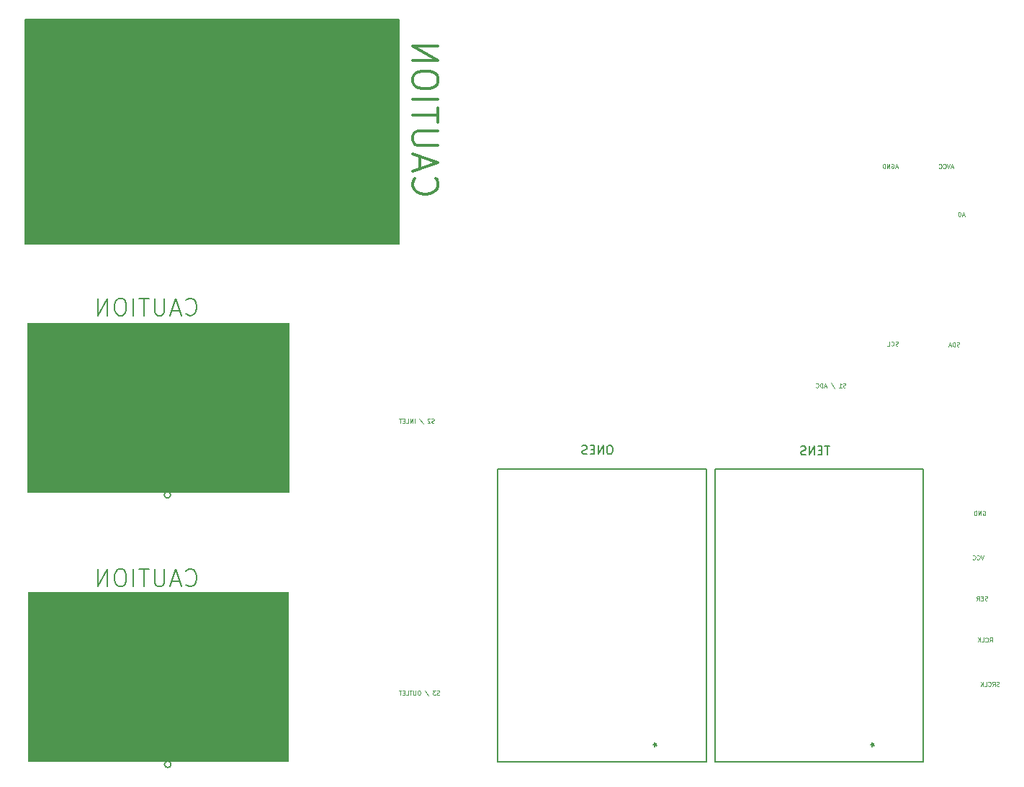
<source format=gbr>
%TF.GenerationSoftware,KiCad,Pcbnew,8.0.1-8.0.1-1~ubuntu22.04.1*%
%TF.CreationDate,2024-04-18T14:36:56-07:00*%
%TF.ProjectId,all_components,616c6c5f-636f-46d7-906f-6e656e74732e,rev?*%
%TF.SameCoordinates,Original*%
%TF.FileFunction,Legend,Bot*%
%TF.FilePolarity,Positive*%
%FSLAX46Y46*%
G04 Gerber Fmt 4.6, Leading zero omitted, Abs format (unit mm)*
G04 Created by KiCad (PCBNEW 8.0.1-8.0.1-1~ubuntu22.04.1) date 2024-04-18 14:36:56*
%MOMM*%
%LPD*%
G01*
G04 APERTURE LIST*
%ADD10C,0.125000*%
%ADD11C,0.100000*%
%ADD12C,0.200000*%
%ADD13C,0.300000*%
%ADD14C,0.150000*%
%ADD15C,0.152400*%
G04 APERTURE END LIST*
D10*
X108462525Y-63148500D02*
X108391097Y-63172309D01*
X108391097Y-63172309D02*
X108272049Y-63172309D01*
X108272049Y-63172309D02*
X108224430Y-63148500D01*
X108224430Y-63148500D02*
X108200621Y-63124690D01*
X108200621Y-63124690D02*
X108176811Y-63077071D01*
X108176811Y-63077071D02*
X108176811Y-63029452D01*
X108176811Y-63029452D02*
X108200621Y-62981833D01*
X108200621Y-62981833D02*
X108224430Y-62958023D01*
X108224430Y-62958023D02*
X108272049Y-62934214D01*
X108272049Y-62934214D02*
X108367287Y-62910404D01*
X108367287Y-62910404D02*
X108414906Y-62886595D01*
X108414906Y-62886595D02*
X108438716Y-62862785D01*
X108438716Y-62862785D02*
X108462525Y-62815166D01*
X108462525Y-62815166D02*
X108462525Y-62767547D01*
X108462525Y-62767547D02*
X108438716Y-62719928D01*
X108438716Y-62719928D02*
X108414906Y-62696119D01*
X108414906Y-62696119D02*
X108367287Y-62672309D01*
X108367287Y-62672309D02*
X108248240Y-62672309D01*
X108248240Y-62672309D02*
X108176811Y-62696119D01*
X107700621Y-63172309D02*
X107986335Y-63172309D01*
X107843478Y-63172309D02*
X107843478Y-62672309D01*
X107843478Y-62672309D02*
X107891097Y-62743738D01*
X107891097Y-62743738D02*
X107938716Y-62791357D01*
X107938716Y-62791357D02*
X107986335Y-62815166D01*
X106748241Y-62648500D02*
X107176812Y-63291357D01*
X106224431Y-63029452D02*
X105986336Y-63029452D01*
X106272050Y-63172309D02*
X106105384Y-62672309D01*
X106105384Y-62672309D02*
X105938717Y-63172309D01*
X105772051Y-63172309D02*
X105772051Y-62672309D01*
X105772051Y-62672309D02*
X105653003Y-62672309D01*
X105653003Y-62672309D02*
X105581575Y-62696119D01*
X105581575Y-62696119D02*
X105533956Y-62743738D01*
X105533956Y-62743738D02*
X105510146Y-62791357D01*
X105510146Y-62791357D02*
X105486337Y-62886595D01*
X105486337Y-62886595D02*
X105486337Y-62958023D01*
X105486337Y-62958023D02*
X105510146Y-63053261D01*
X105510146Y-63053261D02*
X105533956Y-63100880D01*
X105533956Y-63100880D02*
X105581575Y-63148500D01*
X105581575Y-63148500D02*
X105653003Y-63172309D01*
X105653003Y-63172309D02*
X105772051Y-63172309D01*
X104986337Y-63124690D02*
X105010146Y-63148500D01*
X105010146Y-63148500D02*
X105081575Y-63172309D01*
X105081575Y-63172309D02*
X105129194Y-63172309D01*
X105129194Y-63172309D02*
X105200622Y-63148500D01*
X105200622Y-63148500D02*
X105248241Y-63100880D01*
X105248241Y-63100880D02*
X105272051Y-63053261D01*
X105272051Y-63053261D02*
X105295860Y-62958023D01*
X105295860Y-62958023D02*
X105295860Y-62886595D01*
X105295860Y-62886595D02*
X105272051Y-62791357D01*
X105272051Y-62791357D02*
X105248241Y-62743738D01*
X105248241Y-62743738D02*
X105200622Y-62696119D01*
X105200622Y-62696119D02*
X105129194Y-62672309D01*
X105129194Y-62672309D02*
X105081575Y-62672309D01*
X105081575Y-62672309D02*
X105010146Y-62696119D01*
X105010146Y-62696119D02*
X104986337Y-62719928D01*
X60082525Y-67318500D02*
X60011097Y-67342309D01*
X60011097Y-67342309D02*
X59892049Y-67342309D01*
X59892049Y-67342309D02*
X59844430Y-67318500D01*
X59844430Y-67318500D02*
X59820621Y-67294690D01*
X59820621Y-67294690D02*
X59796811Y-67247071D01*
X59796811Y-67247071D02*
X59796811Y-67199452D01*
X59796811Y-67199452D02*
X59820621Y-67151833D01*
X59820621Y-67151833D02*
X59844430Y-67128023D01*
X59844430Y-67128023D02*
X59892049Y-67104214D01*
X59892049Y-67104214D02*
X59987287Y-67080404D01*
X59987287Y-67080404D02*
X60034906Y-67056595D01*
X60034906Y-67056595D02*
X60058716Y-67032785D01*
X60058716Y-67032785D02*
X60082525Y-66985166D01*
X60082525Y-66985166D02*
X60082525Y-66937547D01*
X60082525Y-66937547D02*
X60058716Y-66889928D01*
X60058716Y-66889928D02*
X60034906Y-66866119D01*
X60034906Y-66866119D02*
X59987287Y-66842309D01*
X59987287Y-66842309D02*
X59868240Y-66842309D01*
X59868240Y-66842309D02*
X59796811Y-66866119D01*
X59606335Y-66889928D02*
X59582526Y-66866119D01*
X59582526Y-66866119D02*
X59534907Y-66842309D01*
X59534907Y-66842309D02*
X59415859Y-66842309D01*
X59415859Y-66842309D02*
X59368240Y-66866119D01*
X59368240Y-66866119D02*
X59344431Y-66889928D01*
X59344431Y-66889928D02*
X59320621Y-66937547D01*
X59320621Y-66937547D02*
X59320621Y-66985166D01*
X59320621Y-66985166D02*
X59344431Y-67056595D01*
X59344431Y-67056595D02*
X59630145Y-67342309D01*
X59630145Y-67342309D02*
X59320621Y-67342309D01*
X58368241Y-66818500D02*
X58796812Y-67461357D01*
X57820622Y-67342309D02*
X57820622Y-66842309D01*
X57582527Y-67342309D02*
X57582527Y-66842309D01*
X57582527Y-66842309D02*
X57296813Y-67342309D01*
X57296813Y-67342309D02*
X57296813Y-66842309D01*
X56820622Y-67342309D02*
X57058717Y-67342309D01*
X57058717Y-67342309D02*
X57058717Y-66842309D01*
X56653955Y-67080404D02*
X56487288Y-67080404D01*
X56415860Y-67342309D02*
X56653955Y-67342309D01*
X56653955Y-67342309D02*
X56653955Y-66842309D01*
X56653955Y-66842309D02*
X56415860Y-66842309D01*
X56273002Y-66842309D02*
X55987288Y-66842309D01*
X56130145Y-67342309D02*
X56130145Y-66842309D01*
X60712525Y-99328500D02*
X60641097Y-99352309D01*
X60641097Y-99352309D02*
X60522049Y-99352309D01*
X60522049Y-99352309D02*
X60474430Y-99328500D01*
X60474430Y-99328500D02*
X60450621Y-99304690D01*
X60450621Y-99304690D02*
X60426811Y-99257071D01*
X60426811Y-99257071D02*
X60426811Y-99209452D01*
X60426811Y-99209452D02*
X60450621Y-99161833D01*
X60450621Y-99161833D02*
X60474430Y-99138023D01*
X60474430Y-99138023D02*
X60522049Y-99114214D01*
X60522049Y-99114214D02*
X60617287Y-99090404D01*
X60617287Y-99090404D02*
X60664906Y-99066595D01*
X60664906Y-99066595D02*
X60688716Y-99042785D01*
X60688716Y-99042785D02*
X60712525Y-98995166D01*
X60712525Y-98995166D02*
X60712525Y-98947547D01*
X60712525Y-98947547D02*
X60688716Y-98899928D01*
X60688716Y-98899928D02*
X60664906Y-98876119D01*
X60664906Y-98876119D02*
X60617287Y-98852309D01*
X60617287Y-98852309D02*
X60498240Y-98852309D01*
X60498240Y-98852309D02*
X60426811Y-98876119D01*
X60260145Y-98852309D02*
X59950621Y-98852309D01*
X59950621Y-98852309D02*
X60117288Y-99042785D01*
X60117288Y-99042785D02*
X60045859Y-99042785D01*
X60045859Y-99042785D02*
X59998240Y-99066595D01*
X59998240Y-99066595D02*
X59974431Y-99090404D01*
X59974431Y-99090404D02*
X59950621Y-99138023D01*
X59950621Y-99138023D02*
X59950621Y-99257071D01*
X59950621Y-99257071D02*
X59974431Y-99304690D01*
X59974431Y-99304690D02*
X59998240Y-99328500D01*
X59998240Y-99328500D02*
X60045859Y-99352309D01*
X60045859Y-99352309D02*
X60188716Y-99352309D01*
X60188716Y-99352309D02*
X60236335Y-99328500D01*
X60236335Y-99328500D02*
X60260145Y-99304690D01*
X58998241Y-98828500D02*
X59426812Y-99471357D01*
X58355384Y-98852309D02*
X58260146Y-98852309D01*
X58260146Y-98852309D02*
X58212527Y-98876119D01*
X58212527Y-98876119D02*
X58164908Y-98923738D01*
X58164908Y-98923738D02*
X58141098Y-99018976D01*
X58141098Y-99018976D02*
X58141098Y-99185642D01*
X58141098Y-99185642D02*
X58164908Y-99280880D01*
X58164908Y-99280880D02*
X58212527Y-99328500D01*
X58212527Y-99328500D02*
X58260146Y-99352309D01*
X58260146Y-99352309D02*
X58355384Y-99352309D01*
X58355384Y-99352309D02*
X58403003Y-99328500D01*
X58403003Y-99328500D02*
X58450622Y-99280880D01*
X58450622Y-99280880D02*
X58474431Y-99185642D01*
X58474431Y-99185642D02*
X58474431Y-99018976D01*
X58474431Y-99018976D02*
X58450622Y-98923738D01*
X58450622Y-98923738D02*
X58403003Y-98876119D01*
X58403003Y-98876119D02*
X58355384Y-98852309D01*
X57926812Y-98852309D02*
X57926812Y-99257071D01*
X57926812Y-99257071D02*
X57903002Y-99304690D01*
X57903002Y-99304690D02*
X57879193Y-99328500D01*
X57879193Y-99328500D02*
X57831574Y-99352309D01*
X57831574Y-99352309D02*
X57736336Y-99352309D01*
X57736336Y-99352309D02*
X57688717Y-99328500D01*
X57688717Y-99328500D02*
X57664907Y-99304690D01*
X57664907Y-99304690D02*
X57641098Y-99257071D01*
X57641098Y-99257071D02*
X57641098Y-98852309D01*
X57474430Y-98852309D02*
X57188716Y-98852309D01*
X57331573Y-99352309D02*
X57331573Y-98852309D01*
X56783955Y-99352309D02*
X57022050Y-99352309D01*
X57022050Y-99352309D02*
X57022050Y-98852309D01*
X56617288Y-99090404D02*
X56450621Y-99090404D01*
X56379193Y-99352309D02*
X56617288Y-99352309D01*
X56617288Y-99352309D02*
X56617288Y-98852309D01*
X56617288Y-98852309D02*
X56379193Y-98852309D01*
X56236335Y-98852309D02*
X55950621Y-98852309D01*
X56093478Y-99352309D02*
X56093478Y-98852309D01*
X114622525Y-58258500D02*
X114551097Y-58282309D01*
X114551097Y-58282309D02*
X114432049Y-58282309D01*
X114432049Y-58282309D02*
X114384430Y-58258500D01*
X114384430Y-58258500D02*
X114360621Y-58234690D01*
X114360621Y-58234690D02*
X114336811Y-58187071D01*
X114336811Y-58187071D02*
X114336811Y-58139452D01*
X114336811Y-58139452D02*
X114360621Y-58091833D01*
X114360621Y-58091833D02*
X114384430Y-58068023D01*
X114384430Y-58068023D02*
X114432049Y-58044214D01*
X114432049Y-58044214D02*
X114527287Y-58020404D01*
X114527287Y-58020404D02*
X114574906Y-57996595D01*
X114574906Y-57996595D02*
X114598716Y-57972785D01*
X114598716Y-57972785D02*
X114622525Y-57925166D01*
X114622525Y-57925166D02*
X114622525Y-57877547D01*
X114622525Y-57877547D02*
X114598716Y-57829928D01*
X114598716Y-57829928D02*
X114574906Y-57806119D01*
X114574906Y-57806119D02*
X114527287Y-57782309D01*
X114527287Y-57782309D02*
X114408240Y-57782309D01*
X114408240Y-57782309D02*
X114336811Y-57806119D01*
X113836812Y-58234690D02*
X113860621Y-58258500D01*
X113860621Y-58258500D02*
X113932050Y-58282309D01*
X113932050Y-58282309D02*
X113979669Y-58282309D01*
X113979669Y-58282309D02*
X114051097Y-58258500D01*
X114051097Y-58258500D02*
X114098716Y-58210880D01*
X114098716Y-58210880D02*
X114122526Y-58163261D01*
X114122526Y-58163261D02*
X114146335Y-58068023D01*
X114146335Y-58068023D02*
X114146335Y-57996595D01*
X114146335Y-57996595D02*
X114122526Y-57901357D01*
X114122526Y-57901357D02*
X114098716Y-57853738D01*
X114098716Y-57853738D02*
X114051097Y-57806119D01*
X114051097Y-57806119D02*
X113979669Y-57782309D01*
X113979669Y-57782309D02*
X113932050Y-57782309D01*
X113932050Y-57782309D02*
X113860621Y-57806119D01*
X113860621Y-57806119D02*
X113836812Y-57829928D01*
X113384431Y-58282309D02*
X113622526Y-58282309D01*
X113622526Y-58282309D02*
X113622526Y-57782309D01*
X121842525Y-58338500D02*
X121771097Y-58362309D01*
X121771097Y-58362309D02*
X121652049Y-58362309D01*
X121652049Y-58362309D02*
X121604430Y-58338500D01*
X121604430Y-58338500D02*
X121580621Y-58314690D01*
X121580621Y-58314690D02*
X121556811Y-58267071D01*
X121556811Y-58267071D02*
X121556811Y-58219452D01*
X121556811Y-58219452D02*
X121580621Y-58171833D01*
X121580621Y-58171833D02*
X121604430Y-58148023D01*
X121604430Y-58148023D02*
X121652049Y-58124214D01*
X121652049Y-58124214D02*
X121747287Y-58100404D01*
X121747287Y-58100404D02*
X121794906Y-58076595D01*
X121794906Y-58076595D02*
X121818716Y-58052785D01*
X121818716Y-58052785D02*
X121842525Y-58005166D01*
X121842525Y-58005166D02*
X121842525Y-57957547D01*
X121842525Y-57957547D02*
X121818716Y-57909928D01*
X121818716Y-57909928D02*
X121794906Y-57886119D01*
X121794906Y-57886119D02*
X121747287Y-57862309D01*
X121747287Y-57862309D02*
X121628240Y-57862309D01*
X121628240Y-57862309D02*
X121556811Y-57886119D01*
X121342526Y-58362309D02*
X121342526Y-57862309D01*
X121342526Y-57862309D02*
X121223478Y-57862309D01*
X121223478Y-57862309D02*
X121152050Y-57886119D01*
X121152050Y-57886119D02*
X121104431Y-57933738D01*
X121104431Y-57933738D02*
X121080621Y-57981357D01*
X121080621Y-57981357D02*
X121056812Y-58076595D01*
X121056812Y-58076595D02*
X121056812Y-58148023D01*
X121056812Y-58148023D02*
X121080621Y-58243261D01*
X121080621Y-58243261D02*
X121104431Y-58290880D01*
X121104431Y-58290880D02*
X121152050Y-58338500D01*
X121152050Y-58338500D02*
X121223478Y-58362309D01*
X121223478Y-58362309D02*
X121342526Y-58362309D01*
X120866335Y-58219452D02*
X120628240Y-58219452D01*
X120913954Y-58362309D02*
X120747288Y-57862309D01*
X120747288Y-57862309D02*
X120580621Y-58362309D01*
X114592525Y-37219452D02*
X114354430Y-37219452D01*
X114640144Y-37362309D02*
X114473478Y-36862309D01*
X114473478Y-36862309D02*
X114306811Y-37362309D01*
X113878240Y-36886119D02*
X113925859Y-36862309D01*
X113925859Y-36862309D02*
X113997288Y-36862309D01*
X113997288Y-36862309D02*
X114068716Y-36886119D01*
X114068716Y-36886119D02*
X114116335Y-36933738D01*
X114116335Y-36933738D02*
X114140145Y-36981357D01*
X114140145Y-36981357D02*
X114163954Y-37076595D01*
X114163954Y-37076595D02*
X114163954Y-37148023D01*
X114163954Y-37148023D02*
X114140145Y-37243261D01*
X114140145Y-37243261D02*
X114116335Y-37290880D01*
X114116335Y-37290880D02*
X114068716Y-37338500D01*
X114068716Y-37338500D02*
X113997288Y-37362309D01*
X113997288Y-37362309D02*
X113949669Y-37362309D01*
X113949669Y-37362309D02*
X113878240Y-37338500D01*
X113878240Y-37338500D02*
X113854431Y-37314690D01*
X113854431Y-37314690D02*
X113854431Y-37148023D01*
X113854431Y-37148023D02*
X113949669Y-37148023D01*
X113640145Y-37362309D02*
X113640145Y-36862309D01*
X113640145Y-36862309D02*
X113354431Y-37362309D01*
X113354431Y-37362309D02*
X113354431Y-36862309D01*
X113116335Y-37362309D02*
X113116335Y-36862309D01*
X113116335Y-36862309D02*
X112997287Y-36862309D01*
X112997287Y-36862309D02*
X112925859Y-36886119D01*
X112925859Y-36886119D02*
X112878240Y-36933738D01*
X112878240Y-36933738D02*
X112854430Y-36981357D01*
X112854430Y-36981357D02*
X112830621Y-37076595D01*
X112830621Y-37076595D02*
X112830621Y-37148023D01*
X112830621Y-37148023D02*
X112854430Y-37243261D01*
X112854430Y-37243261D02*
X112878240Y-37290880D01*
X112878240Y-37290880D02*
X112925859Y-37338500D01*
X112925859Y-37338500D02*
X112997287Y-37362309D01*
X112997287Y-37362309D02*
X113116335Y-37362309D01*
X121132525Y-37239452D02*
X120894430Y-37239452D01*
X121180144Y-37382309D02*
X121013478Y-36882309D01*
X121013478Y-36882309D02*
X120846811Y-37382309D01*
X120751573Y-36882309D02*
X120584907Y-37382309D01*
X120584907Y-37382309D02*
X120418240Y-36882309D01*
X119965860Y-37334690D02*
X119989669Y-37358500D01*
X119989669Y-37358500D02*
X120061098Y-37382309D01*
X120061098Y-37382309D02*
X120108717Y-37382309D01*
X120108717Y-37382309D02*
X120180145Y-37358500D01*
X120180145Y-37358500D02*
X120227764Y-37310880D01*
X120227764Y-37310880D02*
X120251574Y-37263261D01*
X120251574Y-37263261D02*
X120275383Y-37168023D01*
X120275383Y-37168023D02*
X120275383Y-37096595D01*
X120275383Y-37096595D02*
X120251574Y-37001357D01*
X120251574Y-37001357D02*
X120227764Y-36953738D01*
X120227764Y-36953738D02*
X120180145Y-36906119D01*
X120180145Y-36906119D02*
X120108717Y-36882309D01*
X120108717Y-36882309D02*
X120061098Y-36882309D01*
X120061098Y-36882309D02*
X119989669Y-36906119D01*
X119989669Y-36906119D02*
X119965860Y-36929928D01*
X119465860Y-37334690D02*
X119489669Y-37358500D01*
X119489669Y-37358500D02*
X119561098Y-37382309D01*
X119561098Y-37382309D02*
X119608717Y-37382309D01*
X119608717Y-37382309D02*
X119680145Y-37358500D01*
X119680145Y-37358500D02*
X119727764Y-37310880D01*
X119727764Y-37310880D02*
X119751574Y-37263261D01*
X119751574Y-37263261D02*
X119775383Y-37168023D01*
X119775383Y-37168023D02*
X119775383Y-37096595D01*
X119775383Y-37096595D02*
X119751574Y-37001357D01*
X119751574Y-37001357D02*
X119727764Y-36953738D01*
X119727764Y-36953738D02*
X119680145Y-36906119D01*
X119680145Y-36906119D02*
X119608717Y-36882309D01*
X119608717Y-36882309D02*
X119561098Y-36882309D01*
X119561098Y-36882309D02*
X119489669Y-36906119D01*
X119489669Y-36906119D02*
X119465860Y-36929928D01*
X122422525Y-42879452D02*
X122184430Y-42879452D01*
X122470144Y-43022309D02*
X122303478Y-42522309D01*
X122303478Y-42522309D02*
X122136811Y-43022309D01*
X121874907Y-42522309D02*
X121827288Y-42522309D01*
X121827288Y-42522309D02*
X121779669Y-42546119D01*
X121779669Y-42546119D02*
X121755859Y-42569928D01*
X121755859Y-42569928D02*
X121732050Y-42617547D01*
X121732050Y-42617547D02*
X121708240Y-42712785D01*
X121708240Y-42712785D02*
X121708240Y-42831833D01*
X121708240Y-42831833D02*
X121732050Y-42927071D01*
X121732050Y-42927071D02*
X121755859Y-42974690D01*
X121755859Y-42974690D02*
X121779669Y-42998500D01*
X121779669Y-42998500D02*
X121827288Y-43022309D01*
X121827288Y-43022309D02*
X121874907Y-43022309D01*
X121874907Y-43022309D02*
X121922526Y-42998500D01*
X121922526Y-42998500D02*
X121946335Y-42974690D01*
X121946335Y-42974690D02*
X121970145Y-42927071D01*
X121970145Y-42927071D02*
X121993954Y-42831833D01*
X121993954Y-42831833D02*
X121993954Y-42712785D01*
X121993954Y-42712785D02*
X121970145Y-42617547D01*
X121970145Y-42617547D02*
X121946335Y-42569928D01*
X121946335Y-42569928D02*
X121922526Y-42546119D01*
X121922526Y-42546119D02*
X121874907Y-42522309D01*
D11*
X12293098Y-55579505D02*
X43000298Y-55579505D01*
X43000298Y-75472705D01*
X12293098Y-75472705D01*
X12293098Y-55579505D01*
G36*
X12293098Y-55579505D02*
G01*
X43000298Y-55579505D01*
X43000298Y-75472705D01*
X12293098Y-75472705D01*
X12293098Y-55579505D01*
G37*
D12*
X12020000Y-19834000D02*
X55930000Y-19834000D01*
X55930000Y-46250000D01*
X12020000Y-46250000D01*
X12020000Y-19834000D01*
G36*
X12020000Y-19834000D02*
G01*
X55930000Y-19834000D01*
X55930000Y-46250000D01*
X12020000Y-46250000D01*
X12020000Y-19834000D01*
G37*
D11*
X12328698Y-87222905D02*
X42935898Y-87222905D01*
X42935898Y-107116105D01*
X12328698Y-107116105D01*
X12328698Y-87222905D01*
G36*
X12328698Y-87222905D02*
G01*
X42935898Y-87222905D01*
X42935898Y-107116105D01*
X12328698Y-107116105D01*
X12328698Y-87222905D01*
G37*
D10*
X125122525Y-88208500D02*
X125051097Y-88232309D01*
X125051097Y-88232309D02*
X124932049Y-88232309D01*
X124932049Y-88232309D02*
X124884430Y-88208500D01*
X124884430Y-88208500D02*
X124860621Y-88184690D01*
X124860621Y-88184690D02*
X124836811Y-88137071D01*
X124836811Y-88137071D02*
X124836811Y-88089452D01*
X124836811Y-88089452D02*
X124860621Y-88041833D01*
X124860621Y-88041833D02*
X124884430Y-88018023D01*
X124884430Y-88018023D02*
X124932049Y-87994214D01*
X124932049Y-87994214D02*
X125027287Y-87970404D01*
X125027287Y-87970404D02*
X125074906Y-87946595D01*
X125074906Y-87946595D02*
X125098716Y-87922785D01*
X125098716Y-87922785D02*
X125122525Y-87875166D01*
X125122525Y-87875166D02*
X125122525Y-87827547D01*
X125122525Y-87827547D02*
X125098716Y-87779928D01*
X125098716Y-87779928D02*
X125074906Y-87756119D01*
X125074906Y-87756119D02*
X125027287Y-87732309D01*
X125027287Y-87732309D02*
X124908240Y-87732309D01*
X124908240Y-87732309D02*
X124836811Y-87756119D01*
X124622526Y-87970404D02*
X124455859Y-87970404D01*
X124384431Y-88232309D02*
X124622526Y-88232309D01*
X124622526Y-88232309D02*
X124622526Y-87732309D01*
X124622526Y-87732309D02*
X124384431Y-87732309D01*
X123884431Y-88232309D02*
X124051097Y-87994214D01*
X124170145Y-88232309D02*
X124170145Y-87732309D01*
X124170145Y-87732309D02*
X123979669Y-87732309D01*
X123979669Y-87732309D02*
X123932050Y-87756119D01*
X123932050Y-87756119D02*
X123908240Y-87779928D01*
X123908240Y-87779928D02*
X123884431Y-87827547D01*
X123884431Y-87827547D02*
X123884431Y-87898976D01*
X123884431Y-87898976D02*
X123908240Y-87946595D01*
X123908240Y-87946595D02*
X123932050Y-87970404D01*
X123932050Y-87970404D02*
X123979669Y-87994214D01*
X123979669Y-87994214D02*
X124170145Y-87994214D01*
X124622263Y-77756119D02*
X124669882Y-77732309D01*
X124669882Y-77732309D02*
X124741311Y-77732309D01*
X124741311Y-77732309D02*
X124812739Y-77756119D01*
X124812739Y-77756119D02*
X124860358Y-77803738D01*
X124860358Y-77803738D02*
X124884168Y-77851357D01*
X124884168Y-77851357D02*
X124907977Y-77946595D01*
X124907977Y-77946595D02*
X124907977Y-78018023D01*
X124907977Y-78018023D02*
X124884168Y-78113261D01*
X124884168Y-78113261D02*
X124860358Y-78160880D01*
X124860358Y-78160880D02*
X124812739Y-78208500D01*
X124812739Y-78208500D02*
X124741311Y-78232309D01*
X124741311Y-78232309D02*
X124693692Y-78232309D01*
X124693692Y-78232309D02*
X124622263Y-78208500D01*
X124622263Y-78208500D02*
X124598454Y-78184690D01*
X124598454Y-78184690D02*
X124598454Y-78018023D01*
X124598454Y-78018023D02*
X124693692Y-78018023D01*
X124384168Y-78232309D02*
X124384168Y-77732309D01*
X124384168Y-77732309D02*
X124098454Y-78232309D01*
X124098454Y-78232309D02*
X124098454Y-77732309D01*
X123860358Y-78232309D02*
X123860358Y-77732309D01*
X123860358Y-77732309D02*
X123741310Y-77732309D01*
X123741310Y-77732309D02*
X123669882Y-77756119D01*
X123669882Y-77756119D02*
X123622263Y-77803738D01*
X123622263Y-77803738D02*
X123598453Y-77851357D01*
X123598453Y-77851357D02*
X123574644Y-77946595D01*
X123574644Y-77946595D02*
X123574644Y-78018023D01*
X123574644Y-78018023D02*
X123598453Y-78113261D01*
X123598453Y-78113261D02*
X123622263Y-78160880D01*
X123622263Y-78160880D02*
X123669882Y-78208500D01*
X123669882Y-78208500D02*
X123741310Y-78232309D01*
X123741310Y-78232309D02*
X123860358Y-78232309D01*
X125413002Y-93132309D02*
X125579668Y-92894214D01*
X125698716Y-93132309D02*
X125698716Y-92632309D01*
X125698716Y-92632309D02*
X125508240Y-92632309D01*
X125508240Y-92632309D02*
X125460621Y-92656119D01*
X125460621Y-92656119D02*
X125436811Y-92679928D01*
X125436811Y-92679928D02*
X125413002Y-92727547D01*
X125413002Y-92727547D02*
X125413002Y-92798976D01*
X125413002Y-92798976D02*
X125436811Y-92846595D01*
X125436811Y-92846595D02*
X125460621Y-92870404D01*
X125460621Y-92870404D02*
X125508240Y-92894214D01*
X125508240Y-92894214D02*
X125698716Y-92894214D01*
X124913002Y-93084690D02*
X124936811Y-93108500D01*
X124936811Y-93108500D02*
X125008240Y-93132309D01*
X125008240Y-93132309D02*
X125055859Y-93132309D01*
X125055859Y-93132309D02*
X125127287Y-93108500D01*
X125127287Y-93108500D02*
X125174906Y-93060880D01*
X125174906Y-93060880D02*
X125198716Y-93013261D01*
X125198716Y-93013261D02*
X125222525Y-92918023D01*
X125222525Y-92918023D02*
X125222525Y-92846595D01*
X125222525Y-92846595D02*
X125198716Y-92751357D01*
X125198716Y-92751357D02*
X125174906Y-92703738D01*
X125174906Y-92703738D02*
X125127287Y-92656119D01*
X125127287Y-92656119D02*
X125055859Y-92632309D01*
X125055859Y-92632309D02*
X125008240Y-92632309D01*
X125008240Y-92632309D02*
X124936811Y-92656119D01*
X124936811Y-92656119D02*
X124913002Y-92679928D01*
X124460621Y-93132309D02*
X124698716Y-93132309D01*
X124698716Y-93132309D02*
X124698716Y-92632309D01*
X124293954Y-93132309D02*
X124293954Y-92632309D01*
X124008240Y-93132309D02*
X124222525Y-92846595D01*
X124008240Y-92632309D02*
X124293954Y-92918023D01*
D13*
X57848457Y-38554060D02*
X57705600Y-38696917D01*
X57705600Y-38696917D02*
X57562742Y-39125489D01*
X57562742Y-39125489D02*
X57562742Y-39411203D01*
X57562742Y-39411203D02*
X57705600Y-39839774D01*
X57705600Y-39839774D02*
X57991314Y-40125489D01*
X57991314Y-40125489D02*
X58277028Y-40268346D01*
X58277028Y-40268346D02*
X58848457Y-40411203D01*
X58848457Y-40411203D02*
X59277028Y-40411203D01*
X59277028Y-40411203D02*
X59848457Y-40268346D01*
X59848457Y-40268346D02*
X60134171Y-40125489D01*
X60134171Y-40125489D02*
X60419885Y-39839774D01*
X60419885Y-39839774D02*
X60562742Y-39411203D01*
X60562742Y-39411203D02*
X60562742Y-39125489D01*
X60562742Y-39125489D02*
X60419885Y-38696917D01*
X60419885Y-38696917D02*
X60277028Y-38554060D01*
X58419885Y-37411203D02*
X58419885Y-35982632D01*
X57562742Y-37696917D02*
X60562742Y-36696917D01*
X60562742Y-36696917D02*
X57562742Y-35696917D01*
X60562742Y-34696917D02*
X58134171Y-34696917D01*
X58134171Y-34696917D02*
X57848457Y-34554060D01*
X57848457Y-34554060D02*
X57705600Y-34411203D01*
X57705600Y-34411203D02*
X57562742Y-34125488D01*
X57562742Y-34125488D02*
X57562742Y-33554060D01*
X57562742Y-33554060D02*
X57705600Y-33268345D01*
X57705600Y-33268345D02*
X57848457Y-33125488D01*
X57848457Y-33125488D02*
X58134171Y-32982631D01*
X58134171Y-32982631D02*
X60562742Y-32982631D01*
X60562742Y-31982631D02*
X60562742Y-30268346D01*
X57562742Y-31125488D02*
X60562742Y-31125488D01*
X57562742Y-29268346D02*
X60562742Y-29268346D01*
X60562742Y-27268346D02*
X60562742Y-26696918D01*
X60562742Y-26696918D02*
X60419885Y-26411203D01*
X60419885Y-26411203D02*
X60134171Y-26125489D01*
X60134171Y-26125489D02*
X59562742Y-25982632D01*
X59562742Y-25982632D02*
X58562742Y-25982632D01*
X58562742Y-25982632D02*
X57991314Y-26125489D01*
X57991314Y-26125489D02*
X57705600Y-26411203D01*
X57705600Y-26411203D02*
X57562742Y-26696918D01*
X57562742Y-26696918D02*
X57562742Y-27268346D01*
X57562742Y-27268346D02*
X57705600Y-27554061D01*
X57705600Y-27554061D02*
X57991314Y-27839775D01*
X57991314Y-27839775D02*
X58562742Y-27982632D01*
X58562742Y-27982632D02*
X59562742Y-27982632D01*
X59562742Y-27982632D02*
X60134171Y-27839775D01*
X60134171Y-27839775D02*
X60419885Y-27554061D01*
X60419885Y-27554061D02*
X60562742Y-27268346D01*
X57562742Y-24696918D02*
X60562742Y-24696918D01*
X60562742Y-24696918D02*
X57562742Y-22982632D01*
X57562742Y-22982632D02*
X60562742Y-22982632D01*
D10*
X126522525Y-98308500D02*
X126451097Y-98332309D01*
X126451097Y-98332309D02*
X126332049Y-98332309D01*
X126332049Y-98332309D02*
X126284430Y-98308500D01*
X126284430Y-98308500D02*
X126260621Y-98284690D01*
X126260621Y-98284690D02*
X126236811Y-98237071D01*
X126236811Y-98237071D02*
X126236811Y-98189452D01*
X126236811Y-98189452D02*
X126260621Y-98141833D01*
X126260621Y-98141833D02*
X126284430Y-98118023D01*
X126284430Y-98118023D02*
X126332049Y-98094214D01*
X126332049Y-98094214D02*
X126427287Y-98070404D01*
X126427287Y-98070404D02*
X126474906Y-98046595D01*
X126474906Y-98046595D02*
X126498716Y-98022785D01*
X126498716Y-98022785D02*
X126522525Y-97975166D01*
X126522525Y-97975166D02*
X126522525Y-97927547D01*
X126522525Y-97927547D02*
X126498716Y-97879928D01*
X126498716Y-97879928D02*
X126474906Y-97856119D01*
X126474906Y-97856119D02*
X126427287Y-97832309D01*
X126427287Y-97832309D02*
X126308240Y-97832309D01*
X126308240Y-97832309D02*
X126236811Y-97856119D01*
X125736812Y-98332309D02*
X125903478Y-98094214D01*
X126022526Y-98332309D02*
X126022526Y-97832309D01*
X126022526Y-97832309D02*
X125832050Y-97832309D01*
X125832050Y-97832309D02*
X125784431Y-97856119D01*
X125784431Y-97856119D02*
X125760621Y-97879928D01*
X125760621Y-97879928D02*
X125736812Y-97927547D01*
X125736812Y-97927547D02*
X125736812Y-97998976D01*
X125736812Y-97998976D02*
X125760621Y-98046595D01*
X125760621Y-98046595D02*
X125784431Y-98070404D01*
X125784431Y-98070404D02*
X125832050Y-98094214D01*
X125832050Y-98094214D02*
X126022526Y-98094214D01*
X125236812Y-98284690D02*
X125260621Y-98308500D01*
X125260621Y-98308500D02*
X125332050Y-98332309D01*
X125332050Y-98332309D02*
X125379669Y-98332309D01*
X125379669Y-98332309D02*
X125451097Y-98308500D01*
X125451097Y-98308500D02*
X125498716Y-98260880D01*
X125498716Y-98260880D02*
X125522526Y-98213261D01*
X125522526Y-98213261D02*
X125546335Y-98118023D01*
X125546335Y-98118023D02*
X125546335Y-98046595D01*
X125546335Y-98046595D02*
X125522526Y-97951357D01*
X125522526Y-97951357D02*
X125498716Y-97903738D01*
X125498716Y-97903738D02*
X125451097Y-97856119D01*
X125451097Y-97856119D02*
X125379669Y-97832309D01*
X125379669Y-97832309D02*
X125332050Y-97832309D01*
X125332050Y-97832309D02*
X125260621Y-97856119D01*
X125260621Y-97856119D02*
X125236812Y-97879928D01*
X124784431Y-98332309D02*
X125022526Y-98332309D01*
X125022526Y-98332309D02*
X125022526Y-97832309D01*
X124617764Y-98332309D02*
X124617764Y-97832309D01*
X124332050Y-98332309D02*
X124546335Y-98046595D01*
X124332050Y-97832309D02*
X124617764Y-98118023D01*
D14*
X30935827Y-54516961D02*
X31031065Y-54612200D01*
X31031065Y-54612200D02*
X31316779Y-54707438D01*
X31316779Y-54707438D02*
X31507255Y-54707438D01*
X31507255Y-54707438D02*
X31792970Y-54612200D01*
X31792970Y-54612200D02*
X31983446Y-54421723D01*
X31983446Y-54421723D02*
X32078684Y-54231247D01*
X32078684Y-54231247D02*
X32173922Y-53850295D01*
X32173922Y-53850295D02*
X32173922Y-53564580D01*
X32173922Y-53564580D02*
X32078684Y-53183628D01*
X32078684Y-53183628D02*
X31983446Y-52993152D01*
X31983446Y-52993152D02*
X31792970Y-52802676D01*
X31792970Y-52802676D02*
X31507255Y-52707438D01*
X31507255Y-52707438D02*
X31316779Y-52707438D01*
X31316779Y-52707438D02*
X31031065Y-52802676D01*
X31031065Y-52802676D02*
X30935827Y-52897914D01*
X30173922Y-54136009D02*
X29221541Y-54136009D01*
X30364398Y-54707438D02*
X29697732Y-52707438D01*
X29697732Y-52707438D02*
X29031065Y-54707438D01*
X28364398Y-52707438D02*
X28364398Y-54326485D01*
X28364398Y-54326485D02*
X28269160Y-54516961D01*
X28269160Y-54516961D02*
X28173922Y-54612200D01*
X28173922Y-54612200D02*
X27983446Y-54707438D01*
X27983446Y-54707438D02*
X27602493Y-54707438D01*
X27602493Y-54707438D02*
X27412017Y-54612200D01*
X27412017Y-54612200D02*
X27316779Y-54516961D01*
X27316779Y-54516961D02*
X27221541Y-54326485D01*
X27221541Y-54326485D02*
X27221541Y-52707438D01*
X26554874Y-52707438D02*
X25412017Y-52707438D01*
X25983446Y-54707438D02*
X25983446Y-52707438D01*
X24745350Y-54707438D02*
X24745350Y-52707438D01*
X23412017Y-52707438D02*
X23031064Y-52707438D01*
X23031064Y-52707438D02*
X22840588Y-52802676D01*
X22840588Y-52802676D02*
X22650112Y-52993152D01*
X22650112Y-52993152D02*
X22554874Y-53374104D01*
X22554874Y-53374104D02*
X22554874Y-54040771D01*
X22554874Y-54040771D02*
X22650112Y-54421723D01*
X22650112Y-54421723D02*
X22840588Y-54612200D01*
X22840588Y-54612200D02*
X23031064Y-54707438D01*
X23031064Y-54707438D02*
X23412017Y-54707438D01*
X23412017Y-54707438D02*
X23602493Y-54612200D01*
X23602493Y-54612200D02*
X23792969Y-54421723D01*
X23792969Y-54421723D02*
X23888207Y-54040771D01*
X23888207Y-54040771D02*
X23888207Y-53374104D01*
X23888207Y-53374104D02*
X23792969Y-52993152D01*
X23792969Y-52993152D02*
X23602493Y-52802676D01*
X23602493Y-52802676D02*
X23412017Y-52707438D01*
X21697731Y-54707438D02*
X21697731Y-52707438D01*
X21697731Y-52707438D02*
X20554874Y-54707438D01*
X20554874Y-54707438D02*
X20554874Y-52707438D01*
X30935827Y-86386961D02*
X31031065Y-86482200D01*
X31031065Y-86482200D02*
X31316779Y-86577438D01*
X31316779Y-86577438D02*
X31507255Y-86577438D01*
X31507255Y-86577438D02*
X31792970Y-86482200D01*
X31792970Y-86482200D02*
X31983446Y-86291723D01*
X31983446Y-86291723D02*
X32078684Y-86101247D01*
X32078684Y-86101247D02*
X32173922Y-85720295D01*
X32173922Y-85720295D02*
X32173922Y-85434580D01*
X32173922Y-85434580D02*
X32078684Y-85053628D01*
X32078684Y-85053628D02*
X31983446Y-84863152D01*
X31983446Y-84863152D02*
X31792970Y-84672676D01*
X31792970Y-84672676D02*
X31507255Y-84577438D01*
X31507255Y-84577438D02*
X31316779Y-84577438D01*
X31316779Y-84577438D02*
X31031065Y-84672676D01*
X31031065Y-84672676D02*
X30935827Y-84767914D01*
X30173922Y-86006009D02*
X29221541Y-86006009D01*
X30364398Y-86577438D02*
X29697732Y-84577438D01*
X29697732Y-84577438D02*
X29031065Y-86577438D01*
X28364398Y-84577438D02*
X28364398Y-86196485D01*
X28364398Y-86196485D02*
X28269160Y-86386961D01*
X28269160Y-86386961D02*
X28173922Y-86482200D01*
X28173922Y-86482200D02*
X27983446Y-86577438D01*
X27983446Y-86577438D02*
X27602493Y-86577438D01*
X27602493Y-86577438D02*
X27412017Y-86482200D01*
X27412017Y-86482200D02*
X27316779Y-86386961D01*
X27316779Y-86386961D02*
X27221541Y-86196485D01*
X27221541Y-86196485D02*
X27221541Y-84577438D01*
X26554874Y-84577438D02*
X25412017Y-84577438D01*
X25983446Y-86577438D02*
X25983446Y-84577438D01*
X24745350Y-86577438D02*
X24745350Y-84577438D01*
X23412017Y-84577438D02*
X23031064Y-84577438D01*
X23031064Y-84577438D02*
X22840588Y-84672676D01*
X22840588Y-84672676D02*
X22650112Y-84863152D01*
X22650112Y-84863152D02*
X22554874Y-85244104D01*
X22554874Y-85244104D02*
X22554874Y-85910771D01*
X22554874Y-85910771D02*
X22650112Y-86291723D01*
X22650112Y-86291723D02*
X22840588Y-86482200D01*
X22840588Y-86482200D02*
X23031064Y-86577438D01*
X23031064Y-86577438D02*
X23412017Y-86577438D01*
X23412017Y-86577438D02*
X23602493Y-86482200D01*
X23602493Y-86482200D02*
X23792969Y-86291723D01*
X23792969Y-86291723D02*
X23888207Y-85910771D01*
X23888207Y-85910771D02*
X23888207Y-85244104D01*
X23888207Y-85244104D02*
X23792969Y-84863152D01*
X23792969Y-84863152D02*
X23602493Y-84672676D01*
X23602493Y-84672676D02*
X23412017Y-84577438D01*
X21697731Y-86577438D02*
X21697731Y-84577438D01*
X21697731Y-84577438D02*
X20554874Y-86577438D01*
X20554874Y-86577438D02*
X20554874Y-84577438D01*
D10*
X124720144Y-82932309D02*
X124553478Y-83432309D01*
X124553478Y-83432309D02*
X124386811Y-82932309D01*
X123934431Y-83384690D02*
X123958240Y-83408500D01*
X123958240Y-83408500D02*
X124029669Y-83432309D01*
X124029669Y-83432309D02*
X124077288Y-83432309D01*
X124077288Y-83432309D02*
X124148716Y-83408500D01*
X124148716Y-83408500D02*
X124196335Y-83360880D01*
X124196335Y-83360880D02*
X124220145Y-83313261D01*
X124220145Y-83313261D02*
X124243954Y-83218023D01*
X124243954Y-83218023D02*
X124243954Y-83146595D01*
X124243954Y-83146595D02*
X124220145Y-83051357D01*
X124220145Y-83051357D02*
X124196335Y-83003738D01*
X124196335Y-83003738D02*
X124148716Y-82956119D01*
X124148716Y-82956119D02*
X124077288Y-82932309D01*
X124077288Y-82932309D02*
X124029669Y-82932309D01*
X124029669Y-82932309D02*
X123958240Y-82956119D01*
X123958240Y-82956119D02*
X123934431Y-82979928D01*
X123434431Y-83384690D02*
X123458240Y-83408500D01*
X123458240Y-83408500D02*
X123529669Y-83432309D01*
X123529669Y-83432309D02*
X123577288Y-83432309D01*
X123577288Y-83432309D02*
X123648716Y-83408500D01*
X123648716Y-83408500D02*
X123696335Y-83360880D01*
X123696335Y-83360880D02*
X123720145Y-83313261D01*
X123720145Y-83313261D02*
X123743954Y-83218023D01*
X123743954Y-83218023D02*
X123743954Y-83146595D01*
X123743954Y-83146595D02*
X123720145Y-83051357D01*
X123720145Y-83051357D02*
X123696335Y-83003738D01*
X123696335Y-83003738D02*
X123648716Y-82956119D01*
X123648716Y-82956119D02*
X123577288Y-82932309D01*
X123577288Y-82932309D02*
X123529669Y-82932309D01*
X123529669Y-82932309D02*
X123458240Y-82956119D01*
X123458240Y-82956119D02*
X123434431Y-82979928D01*
D14*
X80837618Y-70014819D02*
X80647142Y-70014819D01*
X80647142Y-70014819D02*
X80551904Y-70062438D01*
X80551904Y-70062438D02*
X80456666Y-70157676D01*
X80456666Y-70157676D02*
X80409047Y-70348152D01*
X80409047Y-70348152D02*
X80409047Y-70681485D01*
X80409047Y-70681485D02*
X80456666Y-70871961D01*
X80456666Y-70871961D02*
X80551904Y-70967200D01*
X80551904Y-70967200D02*
X80647142Y-71014819D01*
X80647142Y-71014819D02*
X80837618Y-71014819D01*
X80837618Y-71014819D02*
X80932856Y-70967200D01*
X80932856Y-70967200D02*
X81028094Y-70871961D01*
X81028094Y-70871961D02*
X81075713Y-70681485D01*
X81075713Y-70681485D02*
X81075713Y-70348152D01*
X81075713Y-70348152D02*
X81028094Y-70157676D01*
X81028094Y-70157676D02*
X80932856Y-70062438D01*
X80932856Y-70062438D02*
X80837618Y-70014819D01*
X79980475Y-71014819D02*
X79980475Y-70014819D01*
X79980475Y-70014819D02*
X79409047Y-71014819D01*
X79409047Y-71014819D02*
X79409047Y-70014819D01*
X78932856Y-70491009D02*
X78599523Y-70491009D01*
X78456666Y-71014819D02*
X78932856Y-71014819D01*
X78932856Y-71014819D02*
X78932856Y-70014819D01*
X78932856Y-70014819D02*
X78456666Y-70014819D01*
X78075713Y-70967200D02*
X77932856Y-71014819D01*
X77932856Y-71014819D02*
X77694761Y-71014819D01*
X77694761Y-71014819D02*
X77599523Y-70967200D01*
X77599523Y-70967200D02*
X77551904Y-70919580D01*
X77551904Y-70919580D02*
X77504285Y-70824342D01*
X77504285Y-70824342D02*
X77504285Y-70729104D01*
X77504285Y-70729104D02*
X77551904Y-70633866D01*
X77551904Y-70633866D02*
X77599523Y-70586247D01*
X77599523Y-70586247D02*
X77694761Y-70538628D01*
X77694761Y-70538628D02*
X77885237Y-70491009D01*
X77885237Y-70491009D02*
X77980475Y-70443390D01*
X77980475Y-70443390D02*
X78028094Y-70395771D01*
X78028094Y-70395771D02*
X78075713Y-70300533D01*
X78075713Y-70300533D02*
X78075713Y-70205295D01*
X78075713Y-70205295D02*
X78028094Y-70110057D01*
X78028094Y-70110057D02*
X77980475Y-70062438D01*
X77980475Y-70062438D02*
X77885237Y-70014819D01*
X77885237Y-70014819D02*
X77647142Y-70014819D01*
X77647142Y-70014819D02*
X77504285Y-70062438D01*
X85882119Y-105196000D02*
X86120214Y-105196000D01*
X86024976Y-104957905D02*
X86120214Y-105196000D01*
X86120214Y-105196000D02*
X86024976Y-105434095D01*
X86310690Y-105053143D02*
X86120214Y-105196000D01*
X86120214Y-105196000D02*
X86310690Y-105338857D01*
X106594696Y-70111814D02*
X106023268Y-70111814D01*
X106308982Y-71111814D02*
X106308982Y-70111814D01*
X105689934Y-70588004D02*
X105356601Y-70588004D01*
X105213744Y-71111814D02*
X105689934Y-71111814D01*
X105689934Y-71111814D02*
X105689934Y-70111814D01*
X105689934Y-70111814D02*
X105213744Y-70111814D01*
X104785172Y-71111814D02*
X104785172Y-70111814D01*
X104785172Y-70111814D02*
X104213744Y-71111814D01*
X104213744Y-71111814D02*
X104213744Y-70111814D01*
X103785172Y-71064195D02*
X103642315Y-71111814D01*
X103642315Y-71111814D02*
X103404220Y-71111814D01*
X103404220Y-71111814D02*
X103308982Y-71064195D01*
X103308982Y-71064195D02*
X103261363Y-71016575D01*
X103261363Y-71016575D02*
X103213744Y-70921337D01*
X103213744Y-70921337D02*
X103213744Y-70826099D01*
X103213744Y-70826099D02*
X103261363Y-70730861D01*
X103261363Y-70730861D02*
X103308982Y-70683242D01*
X103308982Y-70683242D02*
X103404220Y-70635623D01*
X103404220Y-70635623D02*
X103594696Y-70588004D01*
X103594696Y-70588004D02*
X103689934Y-70540385D01*
X103689934Y-70540385D02*
X103737553Y-70492766D01*
X103737553Y-70492766D02*
X103785172Y-70397528D01*
X103785172Y-70397528D02*
X103785172Y-70302290D01*
X103785172Y-70302290D02*
X103737553Y-70207052D01*
X103737553Y-70207052D02*
X103689934Y-70159433D01*
X103689934Y-70159433D02*
X103594696Y-70111814D01*
X103594696Y-70111814D02*
X103356601Y-70111814D01*
X103356601Y-70111814D02*
X103213744Y-70159433D01*
X111410721Y-105200995D02*
X111648816Y-105200995D01*
X111553578Y-104962900D02*
X111648816Y-105200995D01*
X111648816Y-105200995D02*
X111553578Y-105439090D01*
X111839292Y-105058138D02*
X111648816Y-105200995D01*
X111648816Y-105200995D02*
X111839292Y-105343852D01*
D15*
%TO.C,J3*%
X29119399Y-75810405D02*
G75*
G02*
X28357399Y-75810405I-381000J0D01*
G01*
X28357399Y-75810405D02*
G75*
G02*
X29119399Y-75810405I381000J0D01*
G01*
%TO.C,J4*%
X29159399Y-107538205D02*
G75*
G02*
X28397399Y-107538205I-381000J0D01*
G01*
X28397399Y-107538205D02*
G75*
G02*
X29159399Y-107538205I381000J0D01*
G01*
%TO.C,ONES*%
X67580500Y-72749405D02*
X92091500Y-72749405D01*
X67580500Y-107242605D02*
X67580500Y-72749405D01*
X92091500Y-72749405D02*
X92091500Y-107242605D01*
X92091500Y-107242605D02*
X67580500Y-107242605D01*
%TO.C,TENS*%
X93109102Y-72754400D02*
X117620102Y-72754400D01*
X93109102Y-107247600D02*
X93109102Y-72754400D01*
X117620102Y-72754400D02*
X117620102Y-107247600D01*
X117620102Y-107247600D02*
X93109102Y-107247600D01*
%TD*%
M02*

</source>
